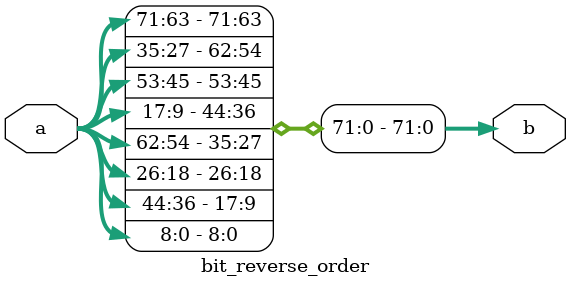
<source format=v>
`timescale 1ns / 1ps


module bit_reverse_order #(parameter N = 17, D = 8) (
    input [D*N-1:0] a,
    output [D*N-1:0] b
    );
    
    assign b[8:0] = a[8:0];
    assign b[44:36] = a[17:9];
    assign b[26:18] = a[26:18];
    assign b[62:54] = a[35:27];
    assign b[17:9] = a[44:36];
    assign b[53:45] = a[53:45];
    assign b[35:27] = a[62:54];
    assign b[71:63] = a[71:63];
endmodule

</source>
